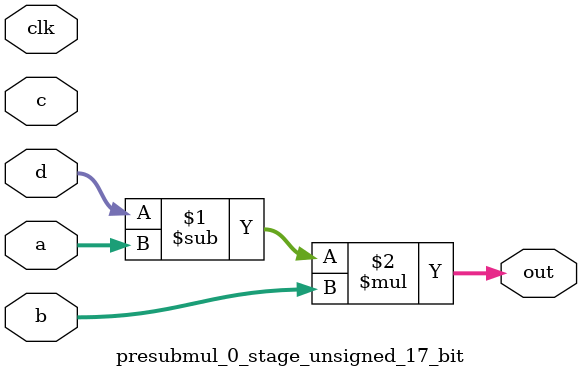
<source format=sv>
(* use_dsp = "yes" *) module presubmul_0_stage_unsigned_17_bit(
	input  [16:0] a,
	input  [16:0] b,
	input  [16:0] c,
	input  [16:0] d,
	output [16:0] out,
	input clk);

	assign out = (d - a) * b;
endmodule

</source>
